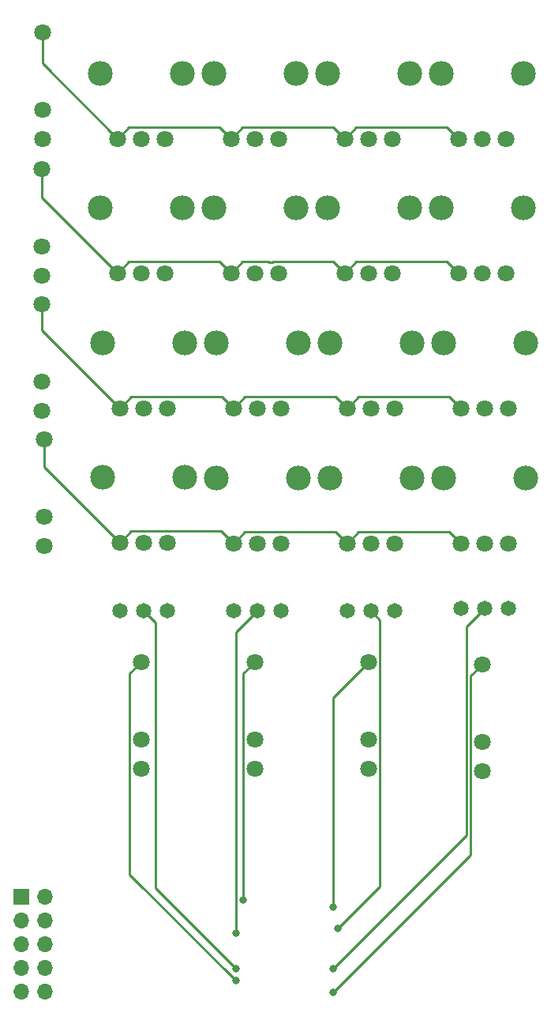
<source format=gbr>
G04 #@! TF.GenerationSoftware,KiCad,Pcbnew,(5.1.2-1)-1*
G04 #@! TF.CreationDate,2019-06-07T14:53:30+02:00*
G04 #@! TF.ProjectId,matrix-mixer-smt,6d617472-6978-42d6-9d69-7865722d736d,rev?*
G04 #@! TF.SameCoordinates,Original*
G04 #@! TF.FileFunction,Copper,L2,Bot*
G04 #@! TF.FilePolarity,Positive*
%FSLAX46Y46*%
G04 Gerber Fmt 4.6, Leading zero omitted, Abs format (unit mm)*
G04 Created by KiCad (PCBNEW (5.1.2-1)-1) date 2019-06-07 14:53:30*
%MOMM*%
%LPD*%
G04 APERTURE LIST*
%ADD10C,1.800000*%
%ADD11C,1.803400*%
%ADD12C,2.667000*%
%ADD13R,1.700000X1.700000*%
%ADD14O,1.700000X1.700000*%
%ADD15C,1.651000*%
%ADD16C,0.800000*%
%ADD17C,0.250000*%
G04 APERTURE END LIST*
D10*
X58674000Y-86012000D03*
X58674000Y-97412000D03*
X58674000Y-94312000D03*
D11*
X108712163Y-111660243D03*
X106172163Y-111660243D03*
X103632163Y-111660243D03*
D12*
X101777963Y-104649843D03*
X110566363Y-104649843D03*
X98374363Y-104649843D03*
X89585963Y-104649843D03*
D11*
X91440163Y-111660243D03*
X93980163Y-111660243D03*
X96520163Y-111660243D03*
D12*
X86182363Y-104649843D03*
X77393963Y-104649843D03*
D11*
X79248163Y-111660243D03*
X81788163Y-111660243D03*
X84328163Y-111660243D03*
X72136163Y-111584043D03*
X69596163Y-111584043D03*
X67056163Y-111584043D03*
D12*
X65201963Y-104573643D03*
X73990363Y-104573643D03*
D11*
X108712163Y-97182243D03*
X106172163Y-97182243D03*
X103632163Y-97182243D03*
D12*
X101777963Y-90171843D03*
X110566363Y-90171843D03*
X98374363Y-90171843D03*
X89585963Y-90171843D03*
D11*
X91440163Y-97182243D03*
X93980163Y-97182243D03*
X96520163Y-97182243D03*
D12*
X86182363Y-90171843D03*
X77393963Y-90171843D03*
D11*
X79248163Y-97182243D03*
X81788163Y-97182243D03*
X84328163Y-97182243D03*
X72136163Y-97182243D03*
X69596163Y-97182243D03*
X67056163Y-97182243D03*
D12*
X65201963Y-90171843D03*
X73990363Y-90171843D03*
D11*
X108458163Y-82704243D03*
X105918163Y-82704243D03*
X103378163Y-82704243D03*
D12*
X101523963Y-75693843D03*
X110312363Y-75693843D03*
X98120363Y-75693843D03*
X89331963Y-75693843D03*
D11*
X91186163Y-82704243D03*
X93726163Y-82704243D03*
X96266163Y-82704243D03*
X84074163Y-82704243D03*
X81534163Y-82704243D03*
X78994163Y-82704243D03*
D12*
X77139963Y-75693843D03*
X85928363Y-75693843D03*
X73736363Y-75693843D03*
X64947963Y-75693843D03*
D11*
X66802163Y-82704243D03*
X69342163Y-82704243D03*
X71882163Y-82704243D03*
D12*
X110312363Y-61278414D03*
X101523963Y-61278414D03*
D11*
X103378163Y-68288814D03*
X105918163Y-68288814D03*
X108458163Y-68288814D03*
X96266163Y-68288814D03*
X93726163Y-68288814D03*
X91186163Y-68288814D03*
D12*
X89331963Y-61278414D03*
X98120363Y-61278414D03*
D11*
X84074163Y-68288814D03*
X81534163Y-68288814D03*
X78994163Y-68288814D03*
D12*
X77139963Y-61278414D03*
X85928363Y-61278414D03*
X73736363Y-61278414D03*
X64947963Y-61278414D03*
D11*
X66802163Y-68288814D03*
X69342163Y-68288814D03*
X71882163Y-68288814D03*
D10*
X105918000Y-132920000D03*
X105918000Y-136020000D03*
X105918000Y-124620000D03*
X93726000Y-124366000D03*
X93726000Y-135766000D03*
X93726000Y-132666000D03*
X81534000Y-124366000D03*
X81534000Y-135766000D03*
X81534000Y-132666000D03*
X69342000Y-124366000D03*
X69342000Y-135766000D03*
X69342000Y-132666000D03*
X58928000Y-108790000D03*
X58928000Y-111890000D03*
X58928000Y-100490000D03*
X58674000Y-71534000D03*
X58674000Y-82934000D03*
X58674000Y-79834000D03*
X58748000Y-56890514D03*
X58748000Y-68290514D03*
X58748000Y-65190514D03*
D13*
X56464000Y-149524000D03*
D14*
X59004000Y-149524000D03*
X56464000Y-152064000D03*
X59004000Y-152064000D03*
X56464000Y-154604000D03*
X59004000Y-154604000D03*
X56464000Y-157144000D03*
X59004000Y-157144000D03*
X56464000Y-159684000D03*
X59004000Y-159684000D03*
D15*
X67056000Y-118872000D03*
X69596000Y-118872000D03*
X72136000Y-118872000D03*
X84328000Y-118872000D03*
X81788000Y-118872000D03*
X79248000Y-118872000D03*
X91440000Y-118872000D03*
X93980000Y-118872000D03*
X96520000Y-118872000D03*
X108712000Y-118618000D03*
X106172000Y-118618000D03*
X103632000Y-118618000D03*
D16*
X90424000Y-152908000D03*
X79502000Y-157226000D03*
X89916000Y-157226000D03*
X79502000Y-153416000D03*
X89916000Y-150622000D03*
X79502000Y-158496000D03*
X89916000Y-159766000D03*
X80264000Y-149860000D03*
D17*
X94951001Y-148380999D02*
X90424000Y-152908000D01*
X94951001Y-119843001D02*
X94951001Y-148380999D01*
X93980000Y-118872000D02*
X94951001Y-119843001D01*
X70866000Y-148590000D02*
X79502000Y-157226000D01*
X70866000Y-120142000D02*
X70866000Y-148590000D01*
X69596000Y-118872000D02*
X70866000Y-120142000D01*
X104242989Y-142899011D02*
X89916000Y-157226000D01*
X104242989Y-120547011D02*
X104242989Y-142899011D01*
X106172000Y-118618000D02*
X104242989Y-120547011D01*
X79502000Y-121158000D02*
X79502000Y-153416000D01*
X81788000Y-118872000D02*
X79502000Y-121158000D01*
X58748000Y-60234651D02*
X66802163Y-68288814D01*
X58748000Y-56890514D02*
X58748000Y-60234651D01*
X78092464Y-67387115D02*
X78994163Y-68288814D01*
X77767462Y-67062113D02*
X78092464Y-67387115D01*
X68028864Y-67062113D02*
X77767462Y-67062113D01*
X66802163Y-68288814D02*
X68028864Y-67062113D01*
X90284464Y-67387115D02*
X91186163Y-68288814D01*
X80220864Y-67062113D02*
X89959462Y-67062113D01*
X89959462Y-67062113D02*
X90284464Y-67387115D01*
X78994163Y-68288814D02*
X80220864Y-67062113D01*
X102476464Y-67387115D02*
X103378163Y-68288814D01*
X92412864Y-67062113D02*
X102151462Y-67062113D01*
X102151462Y-67062113D02*
X102476464Y-67387115D01*
X91186163Y-68288814D02*
X92412864Y-67062113D01*
X58674000Y-74576080D02*
X66802163Y-82704243D01*
X58674000Y-71534000D02*
X58674000Y-74576080D01*
X78092464Y-81802544D02*
X78994163Y-82704243D01*
X68028864Y-81477542D02*
X77767462Y-81477542D01*
X77767462Y-81477542D02*
X78092464Y-81802544D01*
X66802163Y-82704243D02*
X68028864Y-81477542D01*
X90284464Y-81802544D02*
X91186163Y-82704243D01*
X89959462Y-81477542D02*
X90284464Y-81802544D01*
X83485346Y-81477542D02*
X89959462Y-81477542D01*
X83428888Y-81534000D02*
X83485346Y-81477542D01*
X83058000Y-81534000D02*
X83428888Y-81534000D01*
X83001542Y-81477542D02*
X83058000Y-81534000D01*
X80220864Y-81477542D02*
X83001542Y-81477542D01*
X78994163Y-82704243D02*
X80220864Y-81477542D01*
X102476464Y-81802544D02*
X103378163Y-82704243D01*
X92412864Y-81477542D02*
X102151462Y-81477542D01*
X102151462Y-81477542D02*
X102476464Y-81802544D01*
X91186163Y-82704243D02*
X92412864Y-81477542D01*
X58674000Y-88800080D02*
X67056163Y-97182243D01*
X58674000Y-86012000D02*
X58674000Y-88800080D01*
X78346464Y-96280544D02*
X79248163Y-97182243D01*
X78021462Y-95955542D02*
X78346464Y-96280544D01*
X68282864Y-95955542D02*
X78021462Y-95955542D01*
X67056163Y-97182243D02*
X68282864Y-95955542D01*
X90538464Y-96280544D02*
X91440163Y-97182243D01*
X90213462Y-95955542D02*
X90538464Y-96280544D01*
X80474864Y-95955542D02*
X90213462Y-95955542D01*
X79248163Y-97182243D02*
X80474864Y-95955542D01*
X102730464Y-96280544D02*
X103632163Y-97182243D01*
X102405462Y-95955542D02*
X102730464Y-96280544D01*
X92666864Y-95955542D02*
X102405462Y-95955542D01*
X91440163Y-97182243D02*
X92666864Y-95955542D01*
X58928000Y-103455880D02*
X67056163Y-111584043D01*
X58928000Y-100490000D02*
X58928000Y-103455880D01*
X78346464Y-110758544D02*
X79248163Y-111660243D01*
X77945262Y-110357342D02*
X78346464Y-110758544D01*
X68282864Y-110357342D02*
X77945262Y-110357342D01*
X67056163Y-111584043D02*
X68282864Y-110357342D01*
X90538464Y-110758544D02*
X91440163Y-111660243D01*
X90213462Y-110433542D02*
X90538464Y-110758544D01*
X80474864Y-110433542D02*
X90213462Y-110433542D01*
X79248163Y-111660243D02*
X80474864Y-110433542D01*
X102405462Y-110433542D02*
X102730464Y-110758544D01*
X102730464Y-110758544D02*
X103632163Y-111660243D01*
X92666864Y-110433542D02*
X102405462Y-110433542D01*
X91440163Y-111660243D02*
X92666864Y-110433542D01*
X89916000Y-134662998D02*
X89916000Y-150622000D01*
X89916000Y-128176000D02*
X89916000Y-134662998D01*
X93726000Y-124366000D02*
X89916000Y-128176000D01*
X68116999Y-147110999D02*
X79502000Y-158496000D01*
X68116999Y-125591001D02*
X68116999Y-147110999D01*
X69342000Y-124366000D02*
X68116999Y-125591001D01*
X104692999Y-144989001D02*
X89916000Y-159766000D01*
X104692999Y-125845001D02*
X104692999Y-144989001D01*
X105918000Y-124620000D02*
X104692999Y-125845001D01*
X80308999Y-125591001D02*
X80308999Y-149815001D01*
X80308999Y-149815001D02*
X80264000Y-149860000D01*
X81534000Y-124366000D02*
X80308999Y-125591001D01*
M02*

</source>
